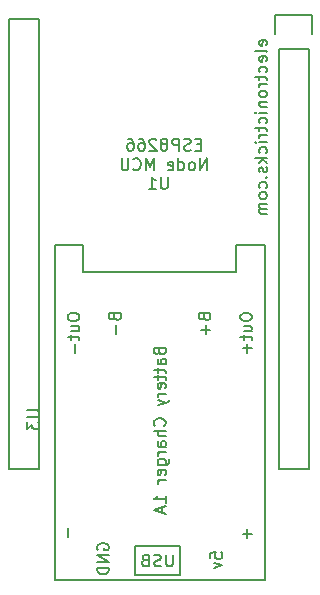
<source format=gbr>
G04 #@! TF.FileFunction,Legend,Bot*
%FSLAX46Y46*%
G04 Gerber Fmt 4.6, Leading zero omitted, Abs format (unit mm)*
G04 Created by KiCad (PCBNEW 4.0.4-stable) date 04/06/17 15:32:41*
%MOMM*%
%LPD*%
G01*
G04 APERTURE LIST*
%ADD10C,0.100000*%
%ADD11C,0.150000*%
G04 APERTURE END LIST*
D10*
D11*
X151598262Y-101886619D02*
X151645881Y-101791381D01*
X151645881Y-101600904D01*
X151598262Y-101505666D01*
X151503024Y-101458047D01*
X151122071Y-101458047D01*
X151026833Y-101505666D01*
X150979214Y-101600904D01*
X150979214Y-101791381D01*
X151026833Y-101886619D01*
X151122071Y-101934238D01*
X151217310Y-101934238D01*
X151312548Y-101458047D01*
X151645881Y-102505666D02*
X151598262Y-102410428D01*
X151503024Y-102362809D01*
X150645881Y-102362809D01*
X151598262Y-103267572D02*
X151645881Y-103172334D01*
X151645881Y-102981857D01*
X151598262Y-102886619D01*
X151503024Y-102839000D01*
X151122071Y-102839000D01*
X151026833Y-102886619D01*
X150979214Y-102981857D01*
X150979214Y-103172334D01*
X151026833Y-103267572D01*
X151122071Y-103315191D01*
X151217310Y-103315191D01*
X151312548Y-102839000D01*
X151598262Y-104172334D02*
X151645881Y-104077096D01*
X151645881Y-103886619D01*
X151598262Y-103791381D01*
X151550643Y-103743762D01*
X151455405Y-103696143D01*
X151169690Y-103696143D01*
X151074452Y-103743762D01*
X151026833Y-103791381D01*
X150979214Y-103886619D01*
X150979214Y-104077096D01*
X151026833Y-104172334D01*
X150979214Y-104458048D02*
X150979214Y-104839000D01*
X150645881Y-104600905D02*
X151503024Y-104600905D01*
X151598262Y-104648524D01*
X151645881Y-104743762D01*
X151645881Y-104839000D01*
X151645881Y-105172334D02*
X150979214Y-105172334D01*
X151169690Y-105172334D02*
X151074452Y-105219953D01*
X151026833Y-105267572D01*
X150979214Y-105362810D01*
X150979214Y-105458049D01*
X151645881Y-105934239D02*
X151598262Y-105839001D01*
X151550643Y-105791382D01*
X151455405Y-105743763D01*
X151169690Y-105743763D01*
X151074452Y-105791382D01*
X151026833Y-105839001D01*
X150979214Y-105934239D01*
X150979214Y-106077097D01*
X151026833Y-106172335D01*
X151074452Y-106219954D01*
X151169690Y-106267573D01*
X151455405Y-106267573D01*
X151550643Y-106219954D01*
X151598262Y-106172335D01*
X151645881Y-106077097D01*
X151645881Y-105934239D01*
X150979214Y-106696144D02*
X151645881Y-106696144D01*
X151074452Y-106696144D02*
X151026833Y-106743763D01*
X150979214Y-106839001D01*
X150979214Y-106981859D01*
X151026833Y-107077097D01*
X151122071Y-107124716D01*
X151645881Y-107124716D01*
X151645881Y-107600906D02*
X150979214Y-107600906D01*
X150645881Y-107600906D02*
X150693500Y-107553287D01*
X150741119Y-107600906D01*
X150693500Y-107648525D01*
X150645881Y-107600906D01*
X150741119Y-107600906D01*
X151598262Y-108505668D02*
X151645881Y-108410430D01*
X151645881Y-108219953D01*
X151598262Y-108124715D01*
X151550643Y-108077096D01*
X151455405Y-108029477D01*
X151169690Y-108029477D01*
X151074452Y-108077096D01*
X151026833Y-108124715D01*
X150979214Y-108219953D01*
X150979214Y-108410430D01*
X151026833Y-108505668D01*
X150979214Y-108791382D02*
X150979214Y-109172334D01*
X150645881Y-108934239D02*
X151503024Y-108934239D01*
X151598262Y-108981858D01*
X151645881Y-109077096D01*
X151645881Y-109172334D01*
X151645881Y-109505668D02*
X150979214Y-109505668D01*
X151169690Y-109505668D02*
X151074452Y-109553287D01*
X151026833Y-109600906D01*
X150979214Y-109696144D01*
X150979214Y-109791383D01*
X151645881Y-110124716D02*
X150979214Y-110124716D01*
X150645881Y-110124716D02*
X150693500Y-110077097D01*
X150741119Y-110124716D01*
X150693500Y-110172335D01*
X150645881Y-110124716D01*
X150741119Y-110124716D01*
X151598262Y-111029478D02*
X151645881Y-110934240D01*
X151645881Y-110743763D01*
X151598262Y-110648525D01*
X151550643Y-110600906D01*
X151455405Y-110553287D01*
X151169690Y-110553287D01*
X151074452Y-110600906D01*
X151026833Y-110648525D01*
X150979214Y-110743763D01*
X150979214Y-110934240D01*
X151026833Y-111029478D01*
X151645881Y-111458049D02*
X150645881Y-111458049D01*
X151264929Y-111553287D02*
X151645881Y-111839002D01*
X150979214Y-111839002D02*
X151360167Y-111458049D01*
X151598262Y-112219954D02*
X151645881Y-112315192D01*
X151645881Y-112505668D01*
X151598262Y-112600907D01*
X151503024Y-112648526D01*
X151455405Y-112648526D01*
X151360167Y-112600907D01*
X151312548Y-112505668D01*
X151312548Y-112362811D01*
X151264929Y-112267573D01*
X151169690Y-112219954D01*
X151122071Y-112219954D01*
X151026833Y-112267573D01*
X150979214Y-112362811D01*
X150979214Y-112505668D01*
X151026833Y-112600907D01*
X151550643Y-113077097D02*
X151598262Y-113124716D01*
X151645881Y-113077097D01*
X151598262Y-113029478D01*
X151550643Y-113077097D01*
X151645881Y-113077097D01*
X151598262Y-113981859D02*
X151645881Y-113886621D01*
X151645881Y-113696144D01*
X151598262Y-113600906D01*
X151550643Y-113553287D01*
X151455405Y-113505668D01*
X151169690Y-113505668D01*
X151074452Y-113553287D01*
X151026833Y-113600906D01*
X150979214Y-113696144D01*
X150979214Y-113886621D01*
X151026833Y-113981859D01*
X151645881Y-114553287D02*
X151598262Y-114458049D01*
X151550643Y-114410430D01*
X151455405Y-114362811D01*
X151169690Y-114362811D01*
X151074452Y-114410430D01*
X151026833Y-114458049D01*
X150979214Y-114553287D01*
X150979214Y-114696145D01*
X151026833Y-114791383D01*
X151074452Y-114839002D01*
X151169690Y-114886621D01*
X151455405Y-114886621D01*
X151550643Y-114839002D01*
X151598262Y-114791383D01*
X151645881Y-114696145D01*
X151645881Y-114553287D01*
X151645881Y-115315192D02*
X150979214Y-115315192D01*
X151074452Y-115315192D02*
X151026833Y-115362811D01*
X150979214Y-115458049D01*
X150979214Y-115600907D01*
X151026833Y-115696145D01*
X151122071Y-115743764D01*
X151645881Y-115743764D01*
X151122071Y-115743764D02*
X151026833Y-115791383D01*
X150979214Y-115886621D01*
X150979214Y-116029478D01*
X151026833Y-116124716D01*
X151122071Y-116172335D01*
X151645881Y-116172335D01*
X146033738Y-110292071D02*
X145700404Y-110292071D01*
X145557547Y-110815881D02*
X146033738Y-110815881D01*
X146033738Y-109815881D01*
X145557547Y-109815881D01*
X145176595Y-110768262D02*
X145033738Y-110815881D01*
X144795642Y-110815881D01*
X144700404Y-110768262D01*
X144652785Y-110720643D01*
X144605166Y-110625405D01*
X144605166Y-110530167D01*
X144652785Y-110434929D01*
X144700404Y-110387310D01*
X144795642Y-110339690D01*
X144986119Y-110292071D01*
X145081357Y-110244452D01*
X145128976Y-110196833D01*
X145176595Y-110101595D01*
X145176595Y-110006357D01*
X145128976Y-109911119D01*
X145081357Y-109863500D01*
X144986119Y-109815881D01*
X144748023Y-109815881D01*
X144605166Y-109863500D01*
X144176595Y-110815881D02*
X144176595Y-109815881D01*
X143795642Y-109815881D01*
X143700404Y-109863500D01*
X143652785Y-109911119D01*
X143605166Y-110006357D01*
X143605166Y-110149214D01*
X143652785Y-110244452D01*
X143700404Y-110292071D01*
X143795642Y-110339690D01*
X144176595Y-110339690D01*
X143033738Y-110244452D02*
X143128976Y-110196833D01*
X143176595Y-110149214D01*
X143224214Y-110053976D01*
X143224214Y-110006357D01*
X143176595Y-109911119D01*
X143128976Y-109863500D01*
X143033738Y-109815881D01*
X142843261Y-109815881D01*
X142748023Y-109863500D01*
X142700404Y-109911119D01*
X142652785Y-110006357D01*
X142652785Y-110053976D01*
X142700404Y-110149214D01*
X142748023Y-110196833D01*
X142843261Y-110244452D01*
X143033738Y-110244452D01*
X143128976Y-110292071D01*
X143176595Y-110339690D01*
X143224214Y-110434929D01*
X143224214Y-110625405D01*
X143176595Y-110720643D01*
X143128976Y-110768262D01*
X143033738Y-110815881D01*
X142843261Y-110815881D01*
X142748023Y-110768262D01*
X142700404Y-110720643D01*
X142652785Y-110625405D01*
X142652785Y-110434929D01*
X142700404Y-110339690D01*
X142748023Y-110292071D01*
X142843261Y-110244452D01*
X142271833Y-109911119D02*
X142224214Y-109863500D01*
X142128976Y-109815881D01*
X141890880Y-109815881D01*
X141795642Y-109863500D01*
X141748023Y-109911119D01*
X141700404Y-110006357D01*
X141700404Y-110101595D01*
X141748023Y-110244452D01*
X142319452Y-110815881D01*
X141700404Y-110815881D01*
X140843261Y-109815881D02*
X141033738Y-109815881D01*
X141128976Y-109863500D01*
X141176595Y-109911119D01*
X141271833Y-110053976D01*
X141319452Y-110244452D01*
X141319452Y-110625405D01*
X141271833Y-110720643D01*
X141224214Y-110768262D01*
X141128976Y-110815881D01*
X140938499Y-110815881D01*
X140843261Y-110768262D01*
X140795642Y-110720643D01*
X140748023Y-110625405D01*
X140748023Y-110387310D01*
X140795642Y-110292071D01*
X140843261Y-110244452D01*
X140938499Y-110196833D01*
X141128976Y-110196833D01*
X141224214Y-110244452D01*
X141271833Y-110292071D01*
X141319452Y-110387310D01*
X139890880Y-109815881D02*
X140081357Y-109815881D01*
X140176595Y-109863500D01*
X140224214Y-109911119D01*
X140319452Y-110053976D01*
X140367071Y-110244452D01*
X140367071Y-110625405D01*
X140319452Y-110720643D01*
X140271833Y-110768262D01*
X140176595Y-110815881D01*
X139986118Y-110815881D01*
X139890880Y-110768262D01*
X139843261Y-110720643D01*
X139795642Y-110625405D01*
X139795642Y-110387310D01*
X139843261Y-110292071D01*
X139890880Y-110244452D01*
X139986118Y-110196833D01*
X140176595Y-110196833D01*
X140271833Y-110244452D01*
X140319452Y-110292071D01*
X140367071Y-110387310D01*
X146533738Y-112465881D02*
X146533738Y-111465881D01*
X145962309Y-112465881D01*
X145962309Y-111465881D01*
X145343262Y-112465881D02*
X145438500Y-112418262D01*
X145486119Y-112370643D01*
X145533738Y-112275405D01*
X145533738Y-111989690D01*
X145486119Y-111894452D01*
X145438500Y-111846833D01*
X145343262Y-111799214D01*
X145200404Y-111799214D01*
X145105166Y-111846833D01*
X145057547Y-111894452D01*
X145009928Y-111989690D01*
X145009928Y-112275405D01*
X145057547Y-112370643D01*
X145105166Y-112418262D01*
X145200404Y-112465881D01*
X145343262Y-112465881D01*
X144152785Y-112465881D02*
X144152785Y-111465881D01*
X144152785Y-112418262D02*
X144248023Y-112465881D01*
X144438500Y-112465881D01*
X144533738Y-112418262D01*
X144581357Y-112370643D01*
X144628976Y-112275405D01*
X144628976Y-111989690D01*
X144581357Y-111894452D01*
X144533738Y-111846833D01*
X144438500Y-111799214D01*
X144248023Y-111799214D01*
X144152785Y-111846833D01*
X143295642Y-112418262D02*
X143390880Y-112465881D01*
X143581357Y-112465881D01*
X143676595Y-112418262D01*
X143724214Y-112323024D01*
X143724214Y-111942071D01*
X143676595Y-111846833D01*
X143581357Y-111799214D01*
X143390880Y-111799214D01*
X143295642Y-111846833D01*
X143248023Y-111942071D01*
X143248023Y-112037310D01*
X143724214Y-112132548D01*
X142057547Y-112465881D02*
X142057547Y-111465881D01*
X141724213Y-112180167D01*
X141390880Y-111465881D01*
X141390880Y-112465881D01*
X140343261Y-112370643D02*
X140390880Y-112418262D01*
X140533737Y-112465881D01*
X140628975Y-112465881D01*
X140771833Y-112418262D01*
X140867071Y-112323024D01*
X140914690Y-112227786D01*
X140962309Y-112037310D01*
X140962309Y-111894452D01*
X140914690Y-111703976D01*
X140867071Y-111608738D01*
X140771833Y-111513500D01*
X140628975Y-111465881D01*
X140533737Y-111465881D01*
X140390880Y-111513500D01*
X140343261Y-111561119D01*
X139914690Y-111465881D02*
X139914690Y-112275405D01*
X139867071Y-112370643D01*
X139819452Y-112418262D01*
X139724214Y-112465881D01*
X139533737Y-112465881D01*
X139438499Y-112418262D01*
X139390880Y-112370643D01*
X139343261Y-112275405D01*
X139343261Y-111465881D01*
X155168600Y-102184200D02*
X155168600Y-137744200D01*
X155168600Y-137744200D02*
X152628600Y-137744200D01*
X152628600Y-137744200D02*
X152628600Y-102184200D01*
X152348600Y-99364200D02*
X152348600Y-100914200D01*
X152628600Y-102184200D02*
X155168600Y-102184200D01*
X155448600Y-100914200D02*
X155448600Y-99364200D01*
X155448600Y-99364200D02*
X152348600Y-99364200D01*
X132308600Y-137744200D02*
X129768600Y-137744200D01*
X132308600Y-99644200D02*
X132308600Y-137744200D01*
X129768600Y-99644200D02*
X132308600Y-99644200D01*
X129768600Y-137744200D02*
X129768600Y-99644200D01*
X149011000Y-121067600D02*
X136111000Y-121067600D01*
X136111000Y-121067600D02*
X136111000Y-120767600D01*
X136111000Y-120867600D02*
X136111000Y-118767600D01*
X136111000Y-118767600D02*
X135811000Y-118767600D01*
X151511000Y-120867600D02*
X151511000Y-118767600D01*
X151511000Y-118767600D02*
X149011000Y-118767600D01*
X149011000Y-118767600D02*
X149011000Y-121067600D01*
X135811000Y-118767600D02*
X133711000Y-118767600D01*
X133711000Y-118767600D02*
X133711000Y-147167600D01*
X133711000Y-147167600D02*
X151511000Y-147167600D01*
X144311000Y-146767600D02*
X144311000Y-144267600D01*
X144311000Y-144267600D02*
X140511000Y-144267600D01*
X140511000Y-144267600D02*
X140511000Y-146767600D01*
X140511000Y-146767600D02*
X144211000Y-146767600D01*
X151511000Y-147167600D02*
X151511000Y-120867600D01*
X143230505Y-113046581D02*
X143230505Y-113856105D01*
X143182886Y-113951343D01*
X143135267Y-113998962D01*
X143040029Y-114046581D01*
X142849552Y-114046581D01*
X142754314Y-113998962D01*
X142706695Y-113951343D01*
X142659076Y-113856105D01*
X142659076Y-113046581D01*
X141659076Y-114046581D02*
X142230505Y-114046581D01*
X141944791Y-114046581D02*
X141944791Y-113046581D01*
X142040029Y-113189438D01*
X142135267Y-113284676D01*
X142230505Y-113332295D01*
X131363381Y-132805695D02*
X132172905Y-132805695D01*
X132268143Y-132853314D01*
X132315762Y-132900933D01*
X132363381Y-132996171D01*
X132363381Y-133186648D01*
X132315762Y-133281886D01*
X132268143Y-133329505D01*
X132172905Y-133377124D01*
X131363381Y-133377124D01*
X131363381Y-133758076D02*
X131363381Y-134377124D01*
X131744333Y-134043790D01*
X131744333Y-134186648D01*
X131791952Y-134281886D01*
X131839571Y-134329505D01*
X131934810Y-134377124D01*
X132172905Y-134377124D01*
X132268143Y-134329505D01*
X132315762Y-134281886D01*
X132363381Y-134186648D01*
X132363381Y-133900933D01*
X132315762Y-133805695D01*
X132268143Y-133758076D01*
X142539571Y-127824742D02*
X142587190Y-127967599D01*
X142634810Y-128015218D01*
X142730048Y-128062837D01*
X142872905Y-128062837D01*
X142968143Y-128015218D01*
X143015762Y-127967599D01*
X143063381Y-127872361D01*
X143063381Y-127491408D01*
X142063381Y-127491408D01*
X142063381Y-127824742D01*
X142111000Y-127919980D01*
X142158619Y-127967599D01*
X142253857Y-128015218D01*
X142349095Y-128015218D01*
X142444333Y-127967599D01*
X142491952Y-127919980D01*
X142539571Y-127824742D01*
X142539571Y-127491408D01*
X143063381Y-128919980D02*
X142539571Y-128919980D01*
X142444333Y-128872361D01*
X142396714Y-128777123D01*
X142396714Y-128586646D01*
X142444333Y-128491408D01*
X143015762Y-128919980D02*
X143063381Y-128824742D01*
X143063381Y-128586646D01*
X143015762Y-128491408D01*
X142920524Y-128443789D01*
X142825286Y-128443789D01*
X142730048Y-128491408D01*
X142682429Y-128586646D01*
X142682429Y-128824742D01*
X142634810Y-128919980D01*
X142396714Y-129253313D02*
X142396714Y-129634265D01*
X142063381Y-129396170D02*
X142920524Y-129396170D01*
X143015762Y-129443789D01*
X143063381Y-129539027D01*
X143063381Y-129634265D01*
X142396714Y-129824742D02*
X142396714Y-130205694D01*
X142063381Y-129967599D02*
X142920524Y-129967599D01*
X143015762Y-130015218D01*
X143063381Y-130110456D01*
X143063381Y-130205694D01*
X143015762Y-130919981D02*
X143063381Y-130824743D01*
X143063381Y-130634266D01*
X143015762Y-130539028D01*
X142920524Y-130491409D01*
X142539571Y-130491409D01*
X142444333Y-130539028D01*
X142396714Y-130634266D01*
X142396714Y-130824743D01*
X142444333Y-130919981D01*
X142539571Y-130967600D01*
X142634810Y-130967600D01*
X142730048Y-130491409D01*
X143063381Y-131396171D02*
X142396714Y-131396171D01*
X142587190Y-131396171D02*
X142491952Y-131443790D01*
X142444333Y-131491409D01*
X142396714Y-131586647D01*
X142396714Y-131681886D01*
X142396714Y-131919981D02*
X143063381Y-132158076D01*
X142396714Y-132396172D02*
X143063381Y-132158076D01*
X143301476Y-132062838D01*
X143349095Y-132015219D01*
X143396714Y-131919981D01*
X142968143Y-134110458D02*
X143015762Y-134062839D01*
X143063381Y-133919982D01*
X143063381Y-133824744D01*
X143015762Y-133681886D01*
X142920524Y-133586648D01*
X142825286Y-133539029D01*
X142634810Y-133491410D01*
X142491952Y-133491410D01*
X142301476Y-133539029D01*
X142206238Y-133586648D01*
X142111000Y-133681886D01*
X142063381Y-133824744D01*
X142063381Y-133919982D01*
X142111000Y-134062839D01*
X142158619Y-134110458D01*
X143063381Y-134539029D02*
X142063381Y-134539029D01*
X143063381Y-134967601D02*
X142539571Y-134967601D01*
X142444333Y-134919982D01*
X142396714Y-134824744D01*
X142396714Y-134681886D01*
X142444333Y-134586648D01*
X142491952Y-134539029D01*
X143063381Y-135872363D02*
X142539571Y-135872363D01*
X142444333Y-135824744D01*
X142396714Y-135729506D01*
X142396714Y-135539029D01*
X142444333Y-135443791D01*
X143015762Y-135872363D02*
X143063381Y-135777125D01*
X143063381Y-135539029D01*
X143015762Y-135443791D01*
X142920524Y-135396172D01*
X142825286Y-135396172D01*
X142730048Y-135443791D01*
X142682429Y-135539029D01*
X142682429Y-135777125D01*
X142634810Y-135872363D01*
X143063381Y-136348553D02*
X142396714Y-136348553D01*
X142587190Y-136348553D02*
X142491952Y-136396172D01*
X142444333Y-136443791D01*
X142396714Y-136539029D01*
X142396714Y-136634268D01*
X142396714Y-137396173D02*
X143206238Y-137396173D01*
X143301476Y-137348554D01*
X143349095Y-137300935D01*
X143396714Y-137205696D01*
X143396714Y-137062839D01*
X143349095Y-136967601D01*
X143015762Y-137396173D02*
X143063381Y-137300935D01*
X143063381Y-137110458D01*
X143015762Y-137015220D01*
X142968143Y-136967601D01*
X142872905Y-136919982D01*
X142587190Y-136919982D01*
X142491952Y-136967601D01*
X142444333Y-137015220D01*
X142396714Y-137110458D01*
X142396714Y-137300935D01*
X142444333Y-137396173D01*
X143015762Y-138253316D02*
X143063381Y-138158078D01*
X143063381Y-137967601D01*
X143015762Y-137872363D01*
X142920524Y-137824744D01*
X142539571Y-137824744D01*
X142444333Y-137872363D01*
X142396714Y-137967601D01*
X142396714Y-138158078D01*
X142444333Y-138253316D01*
X142539571Y-138300935D01*
X142634810Y-138300935D01*
X142730048Y-137824744D01*
X143063381Y-138729506D02*
X142396714Y-138729506D01*
X142587190Y-138729506D02*
X142491952Y-138777125D01*
X142444333Y-138824744D01*
X142396714Y-138919982D01*
X142396714Y-139015221D01*
X143063381Y-140634269D02*
X143063381Y-140062840D01*
X143063381Y-140348554D02*
X142063381Y-140348554D01*
X142206238Y-140253316D01*
X142301476Y-140158078D01*
X142349095Y-140062840D01*
X142777667Y-141015221D02*
X142777667Y-141491412D01*
X143063381Y-140919983D02*
X142063381Y-141253316D01*
X143063381Y-141586650D01*
X137311000Y-144605696D02*
X137263381Y-144510458D01*
X137263381Y-144367601D01*
X137311000Y-144224743D01*
X137406238Y-144129505D01*
X137501476Y-144081886D01*
X137691952Y-144034267D01*
X137834810Y-144034267D01*
X138025286Y-144081886D01*
X138120524Y-144129505D01*
X138215762Y-144224743D01*
X138263381Y-144367601D01*
X138263381Y-144462839D01*
X138215762Y-144605696D01*
X138168143Y-144653315D01*
X137834810Y-144653315D01*
X137834810Y-144462839D01*
X138263381Y-145081886D02*
X137263381Y-145081886D01*
X138263381Y-145653315D01*
X137263381Y-145653315D01*
X138263381Y-146129505D02*
X137263381Y-146129505D01*
X137263381Y-146367600D01*
X137311000Y-146510458D01*
X137406238Y-146605696D01*
X137501476Y-146653315D01*
X137691952Y-146700934D01*
X137834810Y-146700934D01*
X138025286Y-146653315D01*
X138120524Y-146605696D01*
X138215762Y-146510458D01*
X138263381Y-146367600D01*
X138263381Y-146129505D01*
X146863381Y-145324743D02*
X146863381Y-144848552D01*
X147339571Y-144800933D01*
X147291952Y-144848552D01*
X147244333Y-144943790D01*
X147244333Y-145181886D01*
X147291952Y-145277124D01*
X147339571Y-145324743D01*
X147434810Y-145372362D01*
X147672905Y-145372362D01*
X147768143Y-145324743D01*
X147815762Y-145277124D01*
X147863381Y-145181886D01*
X147863381Y-144943790D01*
X147815762Y-144848552D01*
X147768143Y-144800933D01*
X147196714Y-145705695D02*
X147863381Y-145943790D01*
X147196714Y-146181886D01*
X146339571Y-124919982D02*
X146387190Y-125062839D01*
X146434810Y-125110458D01*
X146530048Y-125158077D01*
X146672905Y-125158077D01*
X146768143Y-125110458D01*
X146815762Y-125062839D01*
X146863381Y-124967601D01*
X146863381Y-124586648D01*
X145863381Y-124586648D01*
X145863381Y-124919982D01*
X145911000Y-125015220D01*
X145958619Y-125062839D01*
X146053857Y-125110458D01*
X146149095Y-125110458D01*
X146244333Y-125062839D01*
X146291952Y-125015220D01*
X146339571Y-124919982D01*
X146339571Y-124586648D01*
X146482429Y-125586648D02*
X146482429Y-126348553D01*
X146863381Y-125967601D02*
X146101476Y-125967601D01*
X138739571Y-124919982D02*
X138787190Y-125062839D01*
X138834810Y-125110458D01*
X138930048Y-125158077D01*
X139072905Y-125158077D01*
X139168143Y-125110458D01*
X139215762Y-125062839D01*
X139263381Y-124967601D01*
X139263381Y-124586648D01*
X138263381Y-124586648D01*
X138263381Y-124919982D01*
X138311000Y-125015220D01*
X138358619Y-125062839D01*
X138453857Y-125110458D01*
X138549095Y-125110458D01*
X138644333Y-125062839D01*
X138691952Y-125015220D01*
X138739571Y-124919982D01*
X138739571Y-124586648D01*
X138882429Y-125586648D02*
X138882429Y-126348553D01*
X149363381Y-124815219D02*
X149363381Y-125005696D01*
X149411000Y-125100934D01*
X149506238Y-125196172D01*
X149696714Y-125243791D01*
X150030048Y-125243791D01*
X150220524Y-125196172D01*
X150315762Y-125100934D01*
X150363381Y-125005696D01*
X150363381Y-124815219D01*
X150315762Y-124719981D01*
X150220524Y-124624743D01*
X150030048Y-124577124D01*
X149696714Y-124577124D01*
X149506238Y-124624743D01*
X149411000Y-124719981D01*
X149363381Y-124815219D01*
X149696714Y-126100934D02*
X150363381Y-126100934D01*
X149696714Y-125672362D02*
X150220524Y-125672362D01*
X150315762Y-125719981D01*
X150363381Y-125815219D01*
X150363381Y-125958077D01*
X150315762Y-126053315D01*
X150268143Y-126100934D01*
X149696714Y-126434267D02*
X149696714Y-126815219D01*
X149363381Y-126577124D02*
X150220524Y-126577124D01*
X150315762Y-126624743D01*
X150363381Y-126719981D01*
X150363381Y-126815219D01*
X149982429Y-127148553D02*
X149982429Y-127910458D01*
X150363381Y-127529506D02*
X149601476Y-127529506D01*
X134763381Y-124815219D02*
X134763381Y-125005696D01*
X134811000Y-125100934D01*
X134906238Y-125196172D01*
X135096714Y-125243791D01*
X135430048Y-125243791D01*
X135620524Y-125196172D01*
X135715762Y-125100934D01*
X135763381Y-125005696D01*
X135763381Y-124815219D01*
X135715762Y-124719981D01*
X135620524Y-124624743D01*
X135430048Y-124577124D01*
X135096714Y-124577124D01*
X134906238Y-124624743D01*
X134811000Y-124719981D01*
X134763381Y-124815219D01*
X135096714Y-126100934D02*
X135763381Y-126100934D01*
X135096714Y-125672362D02*
X135620524Y-125672362D01*
X135715762Y-125719981D01*
X135763381Y-125815219D01*
X135763381Y-125958077D01*
X135715762Y-126053315D01*
X135668143Y-126100934D01*
X135096714Y-126434267D02*
X135096714Y-126815219D01*
X134763381Y-126577124D02*
X135620524Y-126577124D01*
X135715762Y-126624743D01*
X135763381Y-126719981D01*
X135763381Y-126815219D01*
X135382429Y-127148553D02*
X135382429Y-127910458D01*
X143672905Y-145019981D02*
X143672905Y-145829505D01*
X143625286Y-145924743D01*
X143577667Y-145972362D01*
X143482429Y-146019981D01*
X143291952Y-146019981D01*
X143196714Y-145972362D01*
X143149095Y-145924743D01*
X143101476Y-145829505D01*
X143101476Y-145019981D01*
X142672905Y-145972362D02*
X142530048Y-146019981D01*
X142291952Y-146019981D01*
X142196714Y-145972362D01*
X142149095Y-145924743D01*
X142101476Y-145829505D01*
X142101476Y-145734267D01*
X142149095Y-145639029D01*
X142196714Y-145591410D01*
X142291952Y-145543790D01*
X142482429Y-145496171D01*
X142577667Y-145448552D01*
X142625286Y-145400933D01*
X142672905Y-145305695D01*
X142672905Y-145210457D01*
X142625286Y-145115219D01*
X142577667Y-145067600D01*
X142482429Y-145019981D01*
X142244333Y-145019981D01*
X142101476Y-145067600D01*
X141339571Y-145496171D02*
X141196714Y-145543790D01*
X141149095Y-145591410D01*
X141101476Y-145686648D01*
X141101476Y-145829505D01*
X141149095Y-145924743D01*
X141196714Y-145972362D01*
X141291952Y-146019981D01*
X141672905Y-146019981D01*
X141672905Y-145019981D01*
X141339571Y-145019981D01*
X141244333Y-145067600D01*
X141196714Y-145115219D01*
X141149095Y-145210457D01*
X141149095Y-145305695D01*
X141196714Y-145400933D01*
X141244333Y-145448552D01*
X141339571Y-145496171D01*
X141672905Y-145496171D01*
X134782429Y-142786648D02*
X134782429Y-143548553D01*
X149982429Y-142886648D02*
X149982429Y-143648553D01*
X150363381Y-143267601D02*
X149601476Y-143267601D01*
M02*

</source>
